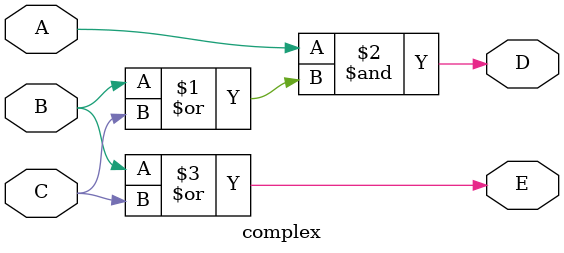
<source format=v>

module complex(
    input wire A,
    input wire B,
    input wire C,
    output wire D,
    output wire E
    
);

    assign D = A & (B | C);
    assign E = B | C;
endmodule

</source>
